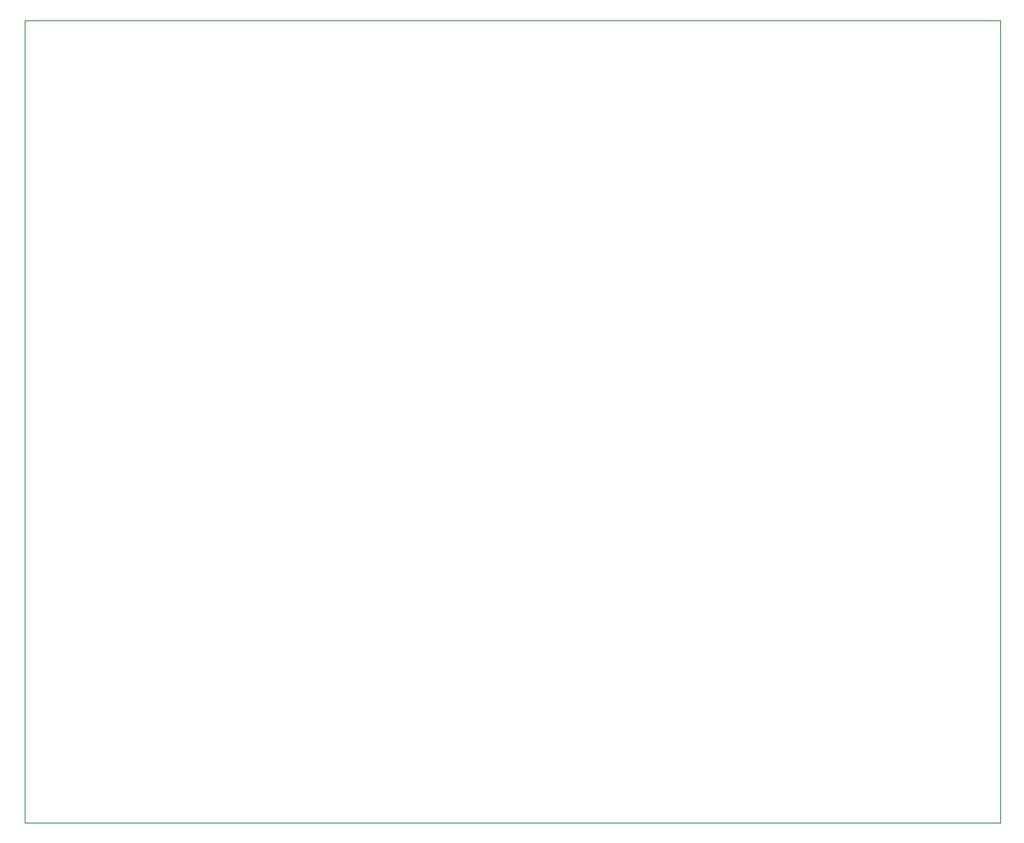
<source format=gbr>
G04 #@! TF.GenerationSoftware,KiCad,Pcbnew,(5.1.5)-3*
G04 #@! TF.CreationDate,2020-01-23T17:29:19-05:00*
G04 #@! TF.ProjectId,cludge,636c7564-6765-42e6-9b69-6361645f7063,v01*
G04 #@! TF.SameCoordinates,Original*
G04 #@! TF.FileFunction,Profile,NP*
%FSLAX46Y46*%
G04 Gerber Fmt 4.6, Leading zero omitted, Abs format (unit mm)*
G04 Created by KiCad (PCBNEW (5.1.5)-3) date 2020-01-23 17:29:19*
%MOMM*%
%LPD*%
G04 APERTURE LIST*
%ADD10C,0.050000*%
G04 APERTURE END LIST*
D10*
X57150000Y-112395000D02*
X57150000Y-32385000D01*
X154305000Y-112395000D02*
X57150000Y-112395000D01*
X154305000Y-32385000D02*
X154305000Y-112395000D01*
X57150000Y-32385000D02*
X154305000Y-32385000D01*
M02*

</source>
